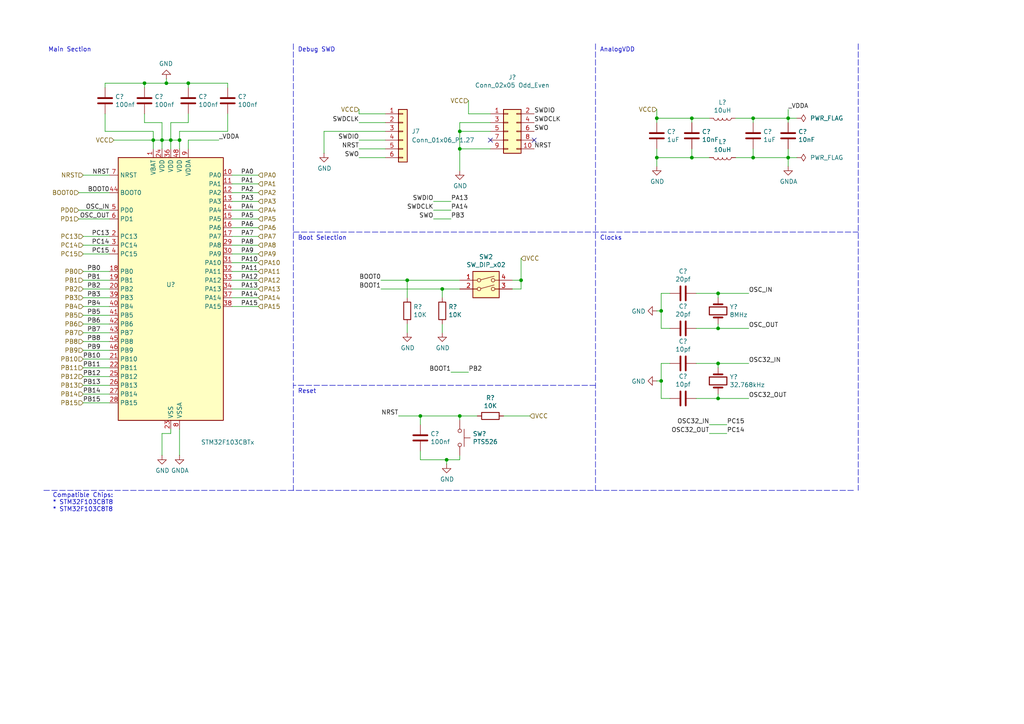
<source format=kicad_sch>
(kicad_sch (version 20231120) (generator "eeschema") (generator_version "8.0")
  (paper "A4")
  (title_block (title "STM32F103 Devel") (date "2024-08-19") (rev "0.0.3") (company "Daniel Vilas"))
  (lib_symbols
    (symbol "Connector_Generic:Conn_01x06" (pin_names (offset 1.016) hide)
      (property "Reference" "J" (at 0 7.62 0))
      (property "Value" "Conn_01x06" (at 0 -10.16 0))
      (symbol "Conn_01x06_1_1"
        (rectangle (start -1.27 -7.493) (end 0 -7.747) (stroke (width 0.1524)))
        (rectangle (start -1.27 -4.953) (end 0 -5.207) (stroke (width 0.1524)))
        (rectangle (start -1.27 -2.413) (end 0 -2.667) (stroke (width 0.1524)))
        (rectangle (start -1.27 0.127) (end 0 -0.127) (stroke (width 0.1524)))
        (rectangle (start -1.27 2.667) (end 0 2.413) (stroke (width 0.1524)))
        (rectangle (start -1.27 5.207) (end 0 4.953) (stroke (width 0.1524)))
        (rectangle (start -1.27 6.35) (end 1.27 -8.89) (stroke (width 0.254)) (fill (type background)))
        (pin passive line (at -5.08 5.08 0) (length 3.81) (name "Pin_1") (number "1"))
        (pin passive line (at -5.08 2.54 0) (length 3.81) (name "Pin_2") (number "2"))
        (pin passive line (at -5.08 0 0) (length 3.81) (name "Pin_3") (number "3"))
        (pin passive line (at -5.08 -2.54 0) (length 3.81) (name "Pin_4") (number "4"))
        (pin passive line (at -5.08 -5.08 0) (length 3.81) (name "Pin_5") (number "5"))
        (pin passive line (at -5.08 -7.62 0) (length 3.81) (name "Pin_6") (number "6"))
      )
    )
    (symbol "Connector_Generic:Conn_02x05_Odd_Even" (pin_names (offset 1.016) hide)
      (property "Reference" "J" (at 1.27 7.62 0))
      (property "Value" "Conn_02x05_Odd_Even" (at 1.27 -7.62 0))
      (symbol "Conn_02x05_Odd_Even_1_1"
        (rectangle (start -1.27 -4.953) (end 0 -5.207) (stroke (width 0.1524)))
        (rectangle (start -1.27 -2.413) (end 0 -2.667) (stroke (width 0.1524)))
        (rectangle (start -1.27 0.127) (end 0 -0.127) (stroke (width 0.1524)))
        (rectangle (start -1.27 2.667) (end 0 2.413) (stroke (width 0.1524)))
        (rectangle (start -1.27 5.207) (end 0 4.953) (stroke (width 0.1524)))
        (rectangle (start -1.27 6.35) (end 3.81 -6.35) (stroke (width 0.254)) (fill (type background)))
        (rectangle (start 3.81 -4.953) (end 2.54 -5.207) (stroke (width 0.1524)))
        (rectangle (start 3.81 -2.413) (end 2.54 -2.667) (stroke (width 0.1524)))
        (rectangle (start 3.81 0.127) (end 2.54 -0.127) (stroke (width 0.1524)))
        (rectangle (start 3.81 2.667) (end 2.54 2.413) (stroke (width 0.1524)))
        (rectangle (start 3.81 5.207) (end 2.54 4.953) (stroke (width 0.1524)))
        (pin passive line (at -5.08 5.08 0) (length 3.81) (name "Pin_1") (number "1"))
        (pin passive line (at 7.62 -5.08 180) (length 3.81) (name "Pin_10") (number "10"))
        (pin passive line (at 7.62 5.08 180) (length 3.81) (name "Pin_2") (number "2"))
        (pin passive line (at -5.08 2.54 0) (length 3.81) (name "Pin_3") (number "3"))
        (pin passive line (at 7.62 2.54 180) (length 3.81) (name "Pin_4") (number "4"))
        (pin passive line (at -5.08 0 0) (length 3.81) (name "Pin_5") (number "5"))
        (pin passive line (at 7.62 0 180) (length 3.81) (name "Pin_6") (number "6"))
        (pin passive line (at -5.08 -2.54 0) (length 3.81) (name "Pin_7") (number "7"))
        (pin passive line (at 7.62 -2.54 180) (length 3.81) (name "Pin_8") (number "8"))
        (pin passive line (at -5.08 -5.08 0) (length 3.81) (name "Pin_9") (number "9"))
      )
    )
    (symbol "Device:C" (pin_numbers hide) (pin_names (offset 0.254))
      (property "Reference" "C" (at 0.635 2.54 0))
      (property "Value" "C" (at 0.635 -2.54 0))
      (symbol "C_0_1"
        (polyline (pts (xy -2.032 -0.762) (xy 2.032 -0.762)) (stroke (width 0.508)))
        (polyline (pts (xy -2.032 0.762) (xy 2.032 0.762)) (stroke (width 0.508)))
      )
      (symbol "C_1_1"
        (pin passive line (at 0 3.81 270) (length 2.794) (name "~") (number "1"))
        (pin passive line (at 0 -3.81 90) (length 2.794) (name "~") (number "2"))
      )
    )
    (symbol "Device:Crystal" (pin_numbers hide) (pin_names (offset 1.016) hide)
      (property "Reference" "Y" (at 0 3.81 0))
      (property "Value" "Crystal" (at 0 -3.81 0))
      (symbol "Crystal_0_1"
        (rectangle (start -1.143 2.54) (end 1.143 -2.54) (stroke (width 0.3048)))
        (polyline (pts (xy -2.54 0) (xy -1.905 0)))
        (polyline (pts (xy -1.905 -1.27) (xy -1.905 1.27)) (stroke (width 0.508)))
        (polyline (pts (xy 1.905 -1.27) (xy 1.905 1.27)) (stroke (width 0.508)))
        (polyline (pts (xy 2.54 0) (xy 1.905 0)))
      )
      (symbol "Crystal_1_1"
        (pin passive line (at -3.81 0 0) (length 1.27) (name "1") (number "1"))
        (pin passive line (at 3.81 0 180) (length 1.27) (name "2") (number "2"))
      )
    )
    (symbol "Device:L" (pin_numbers hide) (pin_names (offset 1.016) hide)
      (property "Reference" "L" (at -1.27 0 90))
      (property "Value" "L" (at 1.905 0 90))
      (symbol "L_0_1"
        (arc (start 0 -2.54) (mid 0.6323 -1.905) (end 0 -1.27))
        (arc (start 0 -1.27) (mid 0.6323 -0.635) (end 0 0))
        (arc (start 0 0) (mid 0.6323 0.635) (end 0 1.27))
        (arc (start 0 1.27) (mid 0.6323 1.905) (end 0 2.54))
      )
      (symbol "L_1_1"
        (pin passive line (at 0 3.81 270) (length 1.27) (name "1") (number "1"))
        (pin passive line (at 0 -3.81 90) (length 1.27) (name "2") (number "2"))
      )
    )
    (symbol "Device:R" (pin_numbers hide) (pin_names (offset 0))
      (property "Reference" "R" (at 2.032 0 90))
      (property "Value" "R" (at 0 0 90))
      (symbol "R_0_1"
        (rectangle (start -1.016 -2.54) (end 1.016 2.54) (stroke (width 0.254)))
      )
      (symbol "R_1_1"
        (pin passive line (at 0 3.81 270) (length 1.27) (name "~") (number "1"))
        (pin passive line (at 0 -3.81 90) (length 1.27) (name "~") (number "2"))
      )
    )
    (symbol "MCU_ST_STM32F1:STM32F103CBTx"
      (property "Reference" "U" (at -15.24 39.37 0))
      (property "Value" "STM32F103CBTx" (at 7.62 39.37 0))
      (symbol "STM32F103CBTx_0_1"
        (rectangle (start -15.24 -38.1) (end 15.24 38.1) (stroke (width 0.254)) (fill (type background)))
      )
      (symbol "STM32F103CBTx_1_1"
        (pin power_in line (at -5.08 40.64 270) (length 2.54) (name "VBAT") (number "1"))
        (pin bidirectional line (at 17.78 33.02 180) (length 2.54) (name "PA0") (number "10"))
        (pin bidirectional line (at 17.78 30.48 180) (length 2.54) (name "PA1") (number "11"))
        (pin bidirectional line (at 17.78 27.94 180) (length 2.54) (name "PA2") (number "12"))
        (pin bidirectional line (at 17.78 25.4 180) (length 2.54) (name "PA3") (number "13"))
        (pin bidirectional line (at 17.78 22.86 180) (length 2.54) (name "PA4") (number "14"))
        (pin bidirectional line (at 17.78 20.32 180) (length 2.54) (name "PA5") (number "15"))
        (pin bidirectional line (at 17.78 17.78 180) (length 2.54) (name "PA6") (number "16"))
        (pin bidirectional line (at 17.78 15.24 180) (length 2.54) (name "PA7") (number "17"))
        (pin bidirectional line (at -17.78 5.08 0) (length 2.54) (name "PB0") (number "18"))
        (pin bidirectional line (at -17.78 2.54 0) (length 2.54) (name "PB1") (number "19"))
        (pin bidirectional line (at -17.78 15.24 0) (length 2.54) (name "PC13") (number "2"))
        (pin bidirectional line (at -17.78 0 0) (length 2.54) (name "PB2") (number "20"))
        (pin bidirectional line (at -17.78 -20.32 0) (length 2.54) (name "PB10") (number "21"))
        (pin bidirectional line (at -17.78 -22.86 0) (length 2.54) (name "PB11") (number "22"))
        (pin power_in line (at 0 -40.64 90) (length 2.54) (name "VSS") (number "23"))
        (pin power_in line (at -2.54 40.64 270) (length 2.54) (name "VDD") (number "24"))
        (pin bidirectional line (at -17.78 -25.4 0) (length 2.54) (name "PB12") (number "25"))
        (pin bidirectional line (at -17.78 -27.94 0) (length 2.54) (name "PB13") (number "26"))
        (pin bidirectional line (at -17.78 -30.48 0) (length 2.54) (name "PB14") (number "27"))
        (pin bidirectional line (at -17.78 -33.02 0) (length 2.54) (name "PB15") (number "28"))
        (pin bidirectional line (at 17.78 12.7 180) (length 2.54) (name "PA8") (number "29"))
        (pin bidirectional line (at -17.78 12.7 0) (length 2.54) (name "PC14") (number "3"))
        (pin bidirectional line (at 17.78 10.16 180) (length 2.54) (name "PA9") (number "30"))
        (pin bidirectional line (at 17.78 7.62 180) (length 2.54) (name "PA10") (number "31"))
        (pin bidirectional line (at 17.78 5.08 180) (length 2.54) (name "PA11") (number "32"))
        (pin bidirectional line (at 17.78 2.54 180) (length 2.54) (name "PA12") (number "33"))
        (pin bidirectional line (at 17.78 0 180) (length 2.54) (name "PA13") (number "34"))
        (pin passive line (at 0 -40.64 90) (length 2.54) hide (name "VSS") (number "35"))
        (pin power_in line (at 0 40.64 270) (length 2.54) (name "VDD") (number "36"))
        (pin bidirectional line (at 17.78 -2.54 180) (length 2.54) (name "PA14") (number "37"))
        (pin bidirectional line (at 17.78 -5.08 180) (length 2.54) (name "PA15") (number "38"))
        (pin bidirectional line (at -17.78 -2.54 0) (length 2.54) (name "PB3") (number "39"))
        (pin bidirectional line (at -17.78 10.16 0) (length 2.54) (name "PC15") (number "4"))
        (pin bidirectional line (at -17.78 -5.08 0) (length 2.54) (name "PB4") (number "40"))
        (pin bidirectional line (at -17.78 -7.62 0) (length 2.54) (name "PB5") (number "41"))
        (pin bidirectional line (at -17.78 -10.16 0) (length 2.54) (name "PB6") (number "42"))
        (pin bidirectional line (at -17.78 -12.7 0) (length 2.54) (name "PB7") (number "43"))
        (pin input line (at -17.78 27.94 0) (length 2.54) (name "BOOT0") (number "44"))
        (pin bidirectional line (at -17.78 -15.24 0) (length 2.54) (name "PB8") (number "45"))
        (pin bidirectional line (at -17.78 -17.78 0) (length 2.54) (name "PB9") (number "46"))
        (pin passive line (at 0 -40.64 90) (length 2.54) hide (name "VSS") (number "47"))
        (pin power_in line (at 2.54 40.64 270) (length 2.54) (name "VDD") (number "48"))
        (pin bidirectional line (at -17.78 22.86 0) (length 2.54) (name "PD0") (number "5"))
        (pin bidirectional line (at -17.78 20.32 0) (length 2.54) (name "PD1") (number "6"))
        (pin input line (at -17.78 33.02 0) (length 2.54) (name "NRST") (number "7"))
        (pin power_in line (at 2.54 -40.64 90) (length 2.54) (name "VSSA") (number "8"))
        (pin power_in line (at 5.08 40.64 270) (length 2.54) (name "VDDA") (number "9"))
      )
    )
    (symbol "Switch:SW_DIP_x02" (pin_names (offset 0) hide)
      (property "Reference" "SW" (at 0 6.35 0))
      (property "Value" "SW_DIP_x02" (at 0 -3.81 0))
      (symbol "SW_DIP_x02_0_0"
        (circle (center -2.032 0) (radius 0.508))
        (circle (center -2.032 2.54) (radius 0.508))
        (polyline (pts (xy -1.524 0.127) (xy 2.3622 1.1684)))
        (polyline (pts (xy -1.524 2.667) (xy 2.3622 3.7084)))
        (circle (center 2.032 0) (radius 0.508))
        (circle (center 2.032 2.54) (radius 0.508))
      )
      (symbol "SW_DIP_x02_0_1"
        (rectangle (start -3.81 5.08) (end 3.81 -2.54) (stroke (width 0.254)) (fill (type background)))
      )
      (symbol "SW_DIP_x02_1_1"
        (pin passive line (at -7.62 2.54 0) (length 5.08) (name "~") (number "1"))
        (pin passive line (at -7.62 0 0) (length 5.08) (name "~") (number "2"))
        (pin passive line (at 7.62 0 180) (length 5.08) (name "~") (number "3"))
        (pin passive line (at 7.62 2.54 180) (length 5.08) (name "~") (number "4"))
      )
    )
    (symbol "Switch:SW_Push" (pin_numbers hide) (pin_names (offset 1.016) hide)
      (property "Reference" "SW" (at 1.27 2.54 0))
      (property "Value" "SW_Push" (at 0 -1.524 0))
      (symbol "SW_Push_0_1"
        (circle (center -2.032 0) (radius 0.508))
        (polyline (pts (xy 0 1.27) (xy 0 3.048)))
        (polyline (pts (xy 2.54 1.27) (xy -2.54 1.27)))
        (circle (center 2.032 0) (radius 0.508))
        (pin passive line (at -5.08 0 0) (length 2.54) (name "1") (number "1"))
        (pin passive line (at 5.08 0 180) (length 2.54) (name "2") (number "2"))
      )
    )
    (symbol "power:GND" (power) (pin_numbers hide) (pin_names (offset 0) hide)
      (property "Value" "GND" (at 0 -3.81 0))
      (symbol "GND_0_1"
        (polyline (pts (xy 0 0) (xy 0 -1.27) (xy 1.27 -1.27) (xy 0 -2.54) (xy -1.27 -1.27) (xy 0 -1.27)))
      )
      (symbol "GND_1_1"
        (pin power_in line (at 0 0 270) (length 0) (name "~") (number "1"))
      )
    )
    (symbol "power:GNDA" (power) (pin_numbers hide) (pin_names (offset 0) hide)
      (property "Value" "GNDA" (at 0 -3.81 0))
      (symbol "GNDA_0_1"
        (polyline (pts (xy 0 0) (xy 0 -1.27) (xy 1.27 -1.27) (xy 0 -2.54) (xy -1.27 -1.27) (xy 0 -1.27)))
      )
      (symbol "GNDA_1_1"
        (pin power_in line (at 0 0 270) (length 0) (name "~") (number "1"))
      )
    )
    (symbol "power:PWR_FLAG" (power) (pin_numbers hide) (pin_names (offset 0) hide)
      (property "Value" "PWR_FLAG" (at 0 3.81 0))
      (symbol "PWR_FLAG_0_0"
        (pin power_out line (at 0 0 90) (length 0) (name "~") (number "1"))
      )
      (symbol "PWR_FLAG_0_1"
        (polyline (pts (xy 0 0) (xy 0 1.27) (xy -1.016 1.905) (xy 0 2.54) (xy 1.016 1.905) (xy 0 1.27)))
      )
    )
  )
  (junction (at 228.6 34.29))
  (junction (at 128.27 83.82))
  (junction (at 218.44 45.72))
  (junction (at 48.26 24.13))
  (junction (at 118.11 81.28))
  (junction (at 208.28 105.41))
  (junction (at 200.66 34.29))
  (junction (at 133.35 43.18))
  (junction (at 151.13 81.28))
  (junction (at 44.45 40.64))
  (junction (at 121.92 120.65))
  (junction (at 218.44 34.29))
  (junction (at 54.61 24.13))
  (junction (at 49.53 40.64))
  (junction (at 208.28 85.09))
  (junction (at 208.28 95.25))
  (junction (at 190.5 34.29))
  (junction (at 41.91 24.13))
  (junction (at 200.66 45.72))
  (junction (at 133.35 120.65))
  (junction (at 208.28 115.57))
  (junction (at 52.07 40.64))
  (junction (at 190.5 45.72))
  (junction (at 46.99 40.64))
  (junction (at 133.35 38.1))
  (junction (at 191.77 90.17))
  (junction (at 191.77 110.49))
  (junction (at 228.6 45.72))
  (junction (at 129.54 133.35))
  (no_connect (at 142.24 40.64))
  (no_connect (at 154.94 40.64))
  (wire (pts (xy 210.82 123.19) (xy 205.74 123.19)))
  (wire (pts (xy 54.61 24.13) (xy 48.26 24.13)))
  (wire (pts (xy 191.77 105.41) (xy 191.77 110.49)))
  (wire (pts (xy 128.27 83.82) (xy 128.27 86.36)))
  (wire (pts (xy 125.73 63.5) (xy 130.81 63.5)))
  (wire (pts (xy 121.92 130.81) (xy 121.92 133.35)))
  (wire (pts (xy 63.5 40.64) (xy 54.61 40.64)))
  (wire (pts (xy 128.27 96.52) (xy 128.27 93.98)))
  (wire (pts (xy 194.31 85.09) (xy 191.77 85.09)))
  (wire (pts (xy 213.36 45.72) (xy 218.44 45.72)))
  (wire (pts (xy 46.99 125.73) (xy 49.53 125.73)))
  (wire (pts (xy 31.75 106.68) (xy 24.13 106.68)))
  (wire (pts (xy 142.24 38.1) (xy 133.35 38.1)))
  (polyline (pts (xy 12.7 142.24) (xy 247.65 142.24)) (stroke (width 0) (type dash)))
  (wire (pts (xy 67.31 66.04) (xy 74.93 66.04)))
  (wire (pts (xy 133.35 132.08) (xy 133.35 133.35)))
  (wire (pts (xy 148.59 81.28) (xy 151.13 81.28)))
  (wire (pts (xy 67.31 81.28) (xy 74.93 81.28)))
  (wire (pts (xy 133.35 38.1) (xy 133.35 43.18)))
  (wire (pts (xy 191.77 90.17) (xy 191.77 95.25)))
  (wire (pts (xy 128.27 83.82) (xy 133.35 83.82)))
  (wire (pts (xy 66.04 38.1) (xy 66.04 33.02)))
  (wire (pts (xy 115.57 120.65) (xy 121.92 120.65)))
  (wire (pts (xy 46.99 43.18) (xy 46.99 40.64)))
  (wire (pts (xy 30.48 24.13) (xy 41.91 24.13)))
  (wire (pts (xy 24.13 114.3) (xy 31.75 114.3)))
  (wire (pts (xy 46.99 35.56) (xy 46.99 40.64)))
  (wire (pts (xy 118.11 81.28) (xy 118.11 86.36)))
  (wire (pts (xy 24.13 83.82) (xy 31.75 83.82)))
  (wire (pts (xy 151.13 74.93) (xy 151.13 81.28)))
  (wire (pts (xy 52.07 40.64) (xy 52.07 43.18)))
  (polyline (pts (xy 248.92 12.7) (xy 248.92 142.24)) (stroke (width 0) (type dash)))
  (wire (pts (xy 190.5 110.49) (xy 191.77 110.49)))
  (wire (pts (xy 104.14 31.75) (xy 104.14 33.02)))
  (wire (pts (xy 130.81 60.96) (xy 125.73 60.96)))
  (wire (pts (xy 205.74 125.73) (xy 210.82 125.73)))
  (wire (pts (xy 24.13 50.8) (xy 31.75 50.8)))
  (wire (pts (xy 24.13 109.22) (xy 31.75 109.22)))
  (wire (pts (xy 22.86 63.5) (xy 31.75 63.5)))
  (wire (pts (xy 208.28 105.41) (xy 217.17 105.41)))
  (wire (pts (xy 31.75 68.58) (xy 24.13 68.58)))
  (wire (pts (xy 67.31 78.74) (xy 74.93 78.74)))
  (wire (pts (xy 138.43 120.65) (xy 133.35 120.65)))
  (wire (pts (xy 153.67 120.65) (xy 146.05 120.65)))
  (wire (pts (xy 135.89 29.21) (xy 135.89 33.02)))
  (wire (pts (xy 67.31 83.82) (xy 74.93 83.82)))
  (wire (pts (xy 191.77 85.09) (xy 191.77 90.17)))
  (wire (pts (xy 228.6 45.72) (xy 228.6 43.18)))
  (wire (pts (xy 133.35 35.56) (xy 142.24 35.56)))
  (wire (pts (xy 191.77 110.49) (xy 191.77 115.57)))
  (wire (pts (xy 41.91 25.4) (xy 41.91 24.13)))
  (wire (pts (xy 24.13 93.98) (xy 31.75 93.98)))
  (wire (pts (xy 67.31 71.12) (xy 74.93 71.12)))
  (wire (pts (xy 24.13 78.74) (xy 31.75 78.74)))
  (wire (pts (xy 201.93 105.41) (xy 208.28 105.41)))
  (wire (pts (xy 228.6 45.72) (xy 228.6 48.26)))
  (wire (pts (xy 66.04 24.13) (xy 54.61 24.13)))
  (wire (pts (xy 208.28 93.98) (xy 208.28 95.25)))
  (wire (pts (xy 142.24 43.18) (xy 133.35 43.18)))
  (wire (pts (xy 151.13 83.82) (xy 148.59 83.82)))
  (wire (pts (xy 54.61 33.02) (xy 54.61 35.56)))
  (wire (pts (xy 133.35 133.35) (xy 129.54 133.35)))
  (wire (pts (xy 200.66 45.72) (xy 205.74 45.72)))
  (wire (pts (xy 104.14 45.72) (xy 111.76 45.72)))
  (wire (pts (xy 190.5 43.18) (xy 190.5 45.72)))
  (wire (pts (xy 104.14 43.18) (xy 111.76 43.18)))
  (wire (pts (xy 67.31 53.34) (xy 74.93 53.34)))
  (wire (pts (xy 190.5 90.17) (xy 191.77 90.17)))
  (polyline (pts (xy 85.09 12.7) (xy 85.09 142.24)) (stroke (width 0) (type dash)))
  (wire (pts (xy 110.49 83.82) (xy 128.27 83.82)))
  (wire (pts (xy 129.54 133.35) (xy 129.54 134.62)))
  (wire (pts (xy 30.48 25.4) (xy 30.48 24.13)))
  (wire (pts (xy 190.5 45.72) (xy 200.66 45.72)))
  (wire (pts (xy 49.53 125.73) (xy 49.53 124.46)))
  (wire (pts (xy 200.66 43.18) (xy 200.66 45.72)))
  (wire (pts (xy 133.35 120.65) (xy 133.35 121.92)))
  (wire (pts (xy 54.61 40.64) (xy 54.61 43.18)))
  (wire (pts (xy 135.89 33.02) (xy 142.24 33.02)))
  (wire (pts (xy 104.14 40.64) (xy 111.76 40.64)))
  (wire (pts (xy 208.28 95.25) (xy 217.17 95.25)))
  (wire (pts (xy 49.53 40.64) (xy 52.07 40.64)))
  (wire (pts (xy 31.75 99.06) (xy 24.13 99.06)))
  (wire (pts (xy 104.14 33.02) (xy 111.76 33.02)))
  (wire (pts (xy 31.75 104.14) (xy 24.13 104.14)))
  (wire (pts (xy 200.66 35.56) (xy 200.66 34.29)))
  (wire (pts (xy 67.31 73.66) (xy 74.93 73.66)))
  (wire (pts (xy 190.5 48.26) (xy 190.5 45.72)))
  (wire (pts (xy 67.31 63.5) (xy 74.93 63.5)))
  (wire (pts (xy 190.5 31.75) (xy 190.5 34.29)))
  (wire (pts (xy 54.61 35.56) (xy 49.53 35.56)))
  (wire (pts (xy 44.45 43.18) (xy 44.45 40.64)))
  (wire (pts (xy 66.04 25.4) (xy 66.04 24.13)))
  (wire (pts (xy 22.86 60.96) (xy 31.75 60.96)))
  (wire (pts (xy 228.6 31.75) (xy 228.6 34.29)))
  (wire (pts (xy 121.92 120.65) (xy 133.35 120.65)))
  (wire (pts (xy 208.28 85.09) (xy 217.17 85.09)))
  (wire (pts (xy 201.93 85.09) (xy 208.28 85.09)))
  (wire (pts (xy 151.13 81.28) (xy 151.13 83.82)))
  (wire (pts (xy 133.35 35.56) (xy 133.35 38.1)))
  (wire (pts (xy 31.75 111.76) (xy 24.13 111.76)))
  (wire (pts (xy 44.45 40.64) (xy 46.99 40.64)))
  (wire (pts (xy 228.6 34.29) (xy 231.14 34.29)))
  (wire (pts (xy 200.66 34.29) (xy 205.74 34.29)))
  (wire (pts (xy 52.07 40.64) (xy 52.07 38.1)))
  (wire (pts (xy 93.98 38.1) (xy 93.98 44.45)))
  (wire (pts (xy 44.45 40.64) (xy 44.45 38.1)))
  (wire (pts (xy 48.26 24.13) (xy 48.26 22.86)))
  (wire (pts (xy 228.6 45.72) (xy 231.14 45.72)))
  (wire (pts (xy 67.31 88.9) (xy 74.93 88.9)))
  (wire (pts (xy 44.45 38.1) (xy 30.48 38.1)))
  (wire (pts (xy 31.75 81.28) (xy 24.13 81.28)))
  (wire (pts (xy 24.13 101.6) (xy 31.75 101.6)))
  (wire (pts (xy 208.28 115.57) (xy 217.17 115.57)))
  (wire (pts (xy 67.31 68.58) (xy 74.93 68.58)))
  (wire (pts (xy 46.99 35.56) (xy 41.91 35.56)))
  (polyline (pts (xy 85.09 67.31) (xy 248.92 67.31)) (stroke (width 0) (type dash)))
  (polyline (pts (xy 172.72 12.7) (xy 172.72 142.24)) (stroke (width 0) (type dash)))
  (wire (pts (xy 208.28 115.57) (xy 201.93 115.57)))
  (wire (pts (xy 67.31 55.88) (xy 74.93 55.88)))
  (wire (pts (xy 191.77 115.57) (xy 194.31 115.57)))
  (wire (pts (xy 54.61 25.4) (xy 54.61 24.13)))
  (wire (pts (xy 190.5 34.29) (xy 200.66 34.29)))
  (wire (pts (xy 52.07 124.46) (xy 52.07 132.08)))
  (wire (pts (xy 190.5 35.56) (xy 190.5 34.29)))
  (wire (pts (xy 111.76 38.1) (xy 93.98 38.1)))
  (wire (pts (xy 125.73 58.42) (xy 130.81 58.42)))
  (wire (pts (xy 213.36 34.29) (xy 218.44 34.29)))
  (wire (pts (xy 31.75 96.52) (xy 24.13 96.52)))
  (wire (pts (xy 208.28 105.41) (xy 208.28 106.68)))
  (wire (pts (xy 22.86 55.88) (xy 31.75 55.88)))
  (wire (pts (xy 194.31 105.41) (xy 191.77 105.41)))
  (wire (pts (xy 67.31 86.36) (xy 74.93 86.36)))
  (wire (pts (xy 133.35 43.18) (xy 133.35 49.53)))
  (wire (pts (xy 208.28 85.09) (xy 208.28 86.36)))
  (wire (pts (xy 104.14 35.56) (xy 111.76 35.56)))
  (wire (pts (xy 118.11 96.52) (xy 118.11 93.98)))
  (wire (pts (xy 67.31 76.2) (xy 74.93 76.2)))
  (wire (pts (xy 33.02 40.64) (xy 44.45 40.64)))
  (wire (pts (xy 121.92 133.35) (xy 129.54 133.35)))
  (wire (pts (xy 52.07 38.1) (xy 66.04 38.1)))
  (wire (pts (xy 41.91 24.13) (xy 48.26 24.13)))
  (wire (pts (xy 46.99 125.73) (xy 46.99 132.08)))
  (wire (pts (xy 218.44 45.72) (xy 228.6 45.72)))
  (wire (pts (xy 46.99 40.64) (xy 49.53 40.64)))
  (wire (pts (xy 41.91 35.56) (xy 41.91 33.02)))
  (wire (pts (xy 130.81 107.95) (xy 135.89 107.95)))
  (wire (pts (xy 31.75 91.44) (xy 24.13 91.44)))
  (wire (pts (xy 121.92 123.19) (xy 121.92 120.65)))
  (wire (pts (xy 208.28 114.3) (xy 208.28 115.57)))
  (wire (pts (xy 31.75 86.36) (xy 24.13 86.36)))
  (wire (pts (xy 218.44 43.18) (xy 218.44 45.72)))
  (wire (pts (xy 49.53 43.18) (xy 49.53 40.64)))
  (wire (pts (xy 218.44 34.29) (xy 228.6 34.29)))
  (wire (pts (xy 67.31 58.42) (xy 74.93 58.42)))
  (wire (pts (xy 24.13 88.9) (xy 31.75 88.9)))
  (wire (pts (xy 228.6 34.29) (xy 228.6 35.56)))
  (polyline (pts (xy 172.72 111.76) (xy 85.09 111.76)) (stroke (width 0) (type dash)))
  (wire (pts (xy 31.75 71.12) (xy 24.13 71.12)))
  (wire (pts (xy 30.48 38.1) (xy 30.48 33.02)))
  (wire (pts (xy 118.11 81.28) (xy 133.35 81.28)))
  (wire (pts (xy 191.77 95.25) (xy 194.31 95.25)))
  (wire (pts (xy 208.28 95.25) (xy 201.93 95.25)))
  (wire (pts (xy 31.75 73.66) (xy 24.13 73.66)))
  (wire (pts (xy 67.31 60.96) (xy 74.93 60.96)))
  (wire (pts (xy 67.31 50.8) (xy 74.93 50.8)))
  (wire (pts (xy 110.49 81.28) (xy 118.11 81.28)))
  (wire (pts (xy 49.53 35.56) (xy 49.53 40.64)))
  (wire (pts (xy 218.44 35.56) (xy 218.44 34.29)))
  (wire (pts (xy 24.13 116.84) (xy 31.75 116.84)))
  (text "AnalogVDD" (at 173.99 15.24 0) (effects (font (size 1.27 1.27)) (justify left bottom)))
  (text "Reset" (at 86.36 114.3 0) (effects (font (size 1.27 1.27)) (justify left bottom)))
  (text "Main Section" (at 13.97 15.24 0) (effects (font (size 1.27 1.27)) (justify left bottom)))
  (text "Compatible Chips:\n* STM32F103CBT8\n* STM32F103C8T8" (at 15.24 148.59 0) (effects (font (size 1.27 1.27)) (justify left bottom)))
  (text "Clocks" (at 173.99 69.85 0) (effects (font (size 1.27 1.27)) (justify left bottom)))
  (text "Debug SWD" (at 86.36 15.24 0) (effects (font (size 1.27 1.27)) (justify left bottom)))
  (text "Boot Selection" (at 86.36 69.85 0) (effects (font (size 1.27 1.27)) (justify left bottom)))
  (label "PB11" (at 29.21 106.68 180))
  (label "BOOT0" (at 31.75 55.88 180))
  (label "NRST" (at 31.75 50.8 180))
  (label "SWDIO" (at 125.73 58.42 180))
  (label "SWDCLK" (at 104.14 35.56 180))
  (label "OSC_IN" (at 217.17 85.09 0))
  (label "_VDDA" (at 228.6 31.75 0))
  (label "PC14" (at 31.75 71.12 180))
  (label "BOOT0" (at 110.49 81.28 180))
  (label "OSC32_IN" (at 205.74 123.19 180))
  (label "PB13" (at 29.21 111.76 180))
  (label "BOOT1" (at 110.49 83.82 180))
  (label "PB8" (at 29.21 99.06 180))
  (label "OSC_OUT" (at 217.17 95.25 0))
  (label "PA5" (at 69.85 63.5 0))
  (label "SWO" (at 125.73 63.5 180))
  (label "NRST" (at 154.94 43.18 0))
  (label "BOOT1" (at 130.81 107.95 180))
  (label "PA14" (at 130.81 60.96 0))
  (label "NRST" (at 115.57 120.65 180))
  (label "OSC_IN" (at 31.75 60.96 180))
  (label "OSC32_OUT" (at 217.17 115.57 0))
  (label "PA13" (at 130.81 58.42 0))
  (label "PA6" (at 69.85 66.04 0))
  (label "SWO" (at 104.14 45.72 180))
  (label "PB7" (at 29.21 96.52 180))
  (label "PB3" (at 29.21 86.36 180))
  (label "PA1" (at 69.85 53.34 0))
  (label "PA10" (at 69.85 76.2 0))
  (label "PB5" (at 29.21 91.44 180))
  (label "PC15" (at 31.75 73.66 180))
  (label "SWO" (at 154.94 38.1 0))
  (label "PB2" (at 29.21 83.82 180))
  (label "PB3" (at 130.81 63.5 0))
  (label "PA11" (at 69.85 78.74 0))
  (label "PB14" (at 29.21 114.3 180))
  (label "NRST" (at 104.14 43.18 180))
  (label "SWDCLK" (at 125.73 60.96 180))
  (label "PB9" (at 29.21 101.6 180))
  (label "PA14" (at 69.85 86.36 0))
  (label "PB0" (at 29.21 78.74 180))
  (label "PA3" (at 69.85 58.42 0))
  (label "OSC_OUT" (at 31.75 63.5 180))
  (label "PA7" (at 69.85 68.58 0))
  (label "PB1" (at 29.21 81.28 180))
  (label "_VDDA" (at 63.5 40.64 0))
  (label "PA4" (at 69.85 60.96 0))
  (label "PA9" (at 69.85 73.66 0))
  (label "PC13" (at 31.75 68.58 180))
  (label "OSC32_OUT" (at 205.74 125.73 180))
  (label "PB6" (at 29.21 93.98 180))
  (label "PC15" (at 210.82 123.19 0))
  (label "PB12" (at 29.21 109.22 180))
  (label "PB2" (at 135.89 107.95 0))
  (label "PC14" (at 210.82 125.73 0))
  (label "PA0" (at 69.85 50.8 0))
  (label "PB15" (at 29.21 116.84 180))
  (label "SWDCLK" (at 154.94 35.56 0))
  (label "PA15" (at 69.85 88.9 0))
  (label "PB4" (at 29.21 88.9 180))
  (label "SWDIO" (at 154.94 33.02 0))
  (label "PA13" (at 69.85 83.82 0))
  (label "PA2" (at 69.85 55.88 0))
  (label "PB10" (at 29.21 104.14 180))
  (label "OSC32_IN" (at 217.17 105.41 0))
  (label "PA8" (at 69.85 71.12 0))
  (label "SWDIO" (at 104.14 40.64 180))
  (label "PA12" (at 69.85 81.28 0))
  (hierarchical_label "PD1" (shape input) (at 22.86 63.5 180))
  (hierarchical_label "BOOT0" (shape input) (at 22.86 55.88 180))
  (hierarchical_label "VCC" (shape input) (at 190.5 31.75 180))
  (hierarchical_label "PA5" (shape input) (at 74.93 63.5 0))
  (hierarchical_label "PA10" (shape input) (at 74.93 76.2 0))
  (hierarchical_label "PB4" (shape input) (at 24.13 88.9 180))
  (hierarchical_label "VCC" (shape input) (at 151.13 74.93 0))
  (hierarchical_label "PA3" (shape input) (at 74.93 58.42 0))
  (hierarchical_label "PA14" (shape input) (at 74.93 86.36 0))
  (hierarchical_label "PB14" (shape input) (at 24.13 114.3 180))
  (hierarchical_label "PA8" (shape input) (at 74.93 71.12 0))
  (hierarchical_label "PB1" (shape input) (at 24.13 81.28 180))
  (hierarchical_label "PA4" (shape input) (at 74.93 60.96 0))
  (hierarchical_label "VCC" (shape input) (at 153.67 120.65 0))
  (hierarchical_label "PA0" (shape input) (at 74.93 50.8 0))
  (hierarchical_label "PA1" (shape input) (at 74.93 53.34 0))
  (hierarchical_label "PA7" (shape input) (at 74.93 68.58 0))
  (hierarchical_label "PA9" (shape input) (at 74.93 73.66 0))
  (hierarchical_label "PB11" (shape input) (at 24.13 106.68 180))
  (hierarchical_label "PB2" (shape input) (at 24.13 83.82 180))
  (hierarchical_label "NRST" (shape input) (at 24.13 50.8 180))
  (hierarchical_label "PA2" (shape input) (at 74.93 55.88 0))
  (hierarchical_label "PB7" (shape input) (at 24.13 96.52 180))
  (hierarchical_label "VCC" (shape input) (at 104.14 31.75 180))
  (hierarchical_label "VCC" (shape input) (at 33.02 40.64 180))
  (hierarchical_label "PB9" (shape input) (at 24.13 101.6 180))
  (hierarchical_label "VCC" (shape input) (at 135.89 29.21 180))
  (hierarchical_label "PA12" (shape input) (at 74.93 81.28 0))
  (hierarchical_label "PA13" (shape input) (at 74.93 83.82 0))
  (hierarchical_label "PB8" (shape input) (at 24.13 99.06 180))
  (hierarchical_label "PB13" (shape input) (at 24.13 111.76 180))
  (hierarchical_label "PA11" (shape input) (at 74.93 78.74 0))
  (hierarchical_label "PC14" (shape input) (at 24.13 71.12 180))
  (hierarchical_label "PC15" (shape input) (at 24.13 73.66 180))
  (hierarchical_label "PA15" (shape input) (at 74.93 88.9 0))
  (hierarchical_label "PB5" (shape input) (at 24.13 91.44 180))
  (hierarchical_label "PB12" (shape input) (at 24.13 109.22 180))
  (hierarchical_label "PB0" (shape input) (at 24.13 78.74 180))
  (hierarchical_label "PB15" (shape input) (at 24.13 116.84 180))
  (hierarchical_label "PB3" (shape input) (at 24.13 86.36 180))
  (hierarchical_label "PC13" (shape input) (at 24.13 68.58 180))
  (hierarchical_label "PB6" (shape input) (at 24.13 93.98 180))
  (hierarchical_label "PA6" (shape input) (at 74.93 66.04 0))
  (hierarchical_label "PD0" (shape input) (at 22.86 60.96 180))
  (hierarchical_label "PB10" (shape input) (at 24.13 104.14 180))
  (symbol (lib_id "MCU_ST_STM32F1:STM32F103CBTx") (at 49.53 83.82 0) (unit 1)
    (property "Reference" "U?" (at 49.53 82.55 0))
    (property "Value" "STM32F103CBTx" (at 66.04 128.27 0))
    (property "Footprint" "Package_QFP:LQFP-48_7x7mm_P0.5mm" (effects (hide yes)))
    (property "Datasheet" "https://www.st.com/resource/en/datasheet/stm32f103cb.pdf" (effects (hide yes)))
    (property "Description" "STMicroelectronics Arm Cortex-M3 MCU, 128KB flash, 20KB RAM, 72 MHz, 2.0-3.6V, 37 GPIO, LQFP48" (effects (hide yes)))
    (property "LCSC" "C8304" (effects (hide yes)))
    (property "Manufacturer" "STM32F103CBT6" (effects (hide yes)))
    (property "mpn" "STM32F103CBT6" (effects (hide yes)))
    (instances (project "" (path "" (reference "U?") (unit 1)) (path "" (reference "U1") (unit 1))) (project "" (path "" (reference "U301") (unit 1))))
  )
  (symbol (lib_id "power:GND") (at 46.99 132.08 0) (unit 1)
    (property "Reference" "#PWR?" (effects (hide yes)))
    (property "Value" "GND" (at 47.117 136.4742 0))
    (property "Description" "Power symbol creates a global label with name \"GND\" , ground" (effects (hide yes)))
    (instances (project "" (path "" (reference "#PWR?") (unit 1)) (path "" (reference "#PWR04") (unit 1))) (project "" (path "" (reference "#PWR0301") (unit 1))))
  )
  (symbol (lib_id "power:GNDA") (at 52.07 132.08 0) (unit 1)
    (property "Reference" "#PWR?" (effects (hide yes)))
    (property "Value" "GNDA" (at 52.197 136.4742 0))
    (property "Description" "Power symbol creates a global label with name \"GNDA\" , analog ground" (effects (hide yes)))
    (instances (project "" (path "" (reference "#PWR?") (unit 1)) (path "" (reference "#PWR06") (unit 1))) (project "" (path "" (reference "#PWR0303") (unit 1))))
  )
  (symbol (lib_id "power:GND") (at 48.26 22.86 180) (unit 1)
    (property "Reference" "#PWR?" (effects (hide yes)))
    (property "Value" "GND" (at 48.133 18.4658 0))
    (property "Description" "Power symbol creates a global label with name \"GND\" , ground" (effects (hide yes)))
    (instances (project "" (path "" (reference "#PWR?") (unit 1)) (path "" (reference "#PWR05") (unit 1))) (project "" (path "" (reference "#PWR0302") (unit 1))))
  )
  (symbol (lib_id "Device:C") (at 66.04 29.21 0) (unit 1)
    (property "Reference" "C?" (at 68.961 28.0416 0) (effects (justify left)))
    (property "Value" "100nf" (at 68.961 30.353 0) (effects (justify left)))
    (property "Footprint" "Capacitor_SMD:C_0805_2012Metric" (effects (hide yes)))
    (property "LCSC" "C49678" (effects (hide yes)))
    (property "Manufacturer" "Kemet" (effects (hide yes)))
    (property "mpn" "C0805C104J5RAC7800" (effects (hide yes)))
    (instances (project "" (path "" (reference "C?") (unit 1)) (path "" (reference "C8") (unit 1))) (project "" (path "" (reference "C304") (unit 1))))
  )
  (symbol (lib_id "Device:C") (at 54.61 29.21 0) (unit 1)
    (property "Reference" "C?" (at 57.531 28.0416 0) (effects (justify left)))
    (property "Value" "100nf" (at 57.531 30.353 0) (effects (justify left)))
    (property "Footprint" "Capacitor_SMD:C_0805_2012Metric" (effects (hide yes)))
    (property "LCSC" "C49678" (effects (hide yes)))
    (property "Manufacturer" "Kemet" (effects (hide yes)))
    (property "mpn" "C0805C104J5RAC7800" (effects (hide yes)))
    (instances (project "" (path "" (reference "C?") (unit 1)) (path "" (reference "C7") (unit 1))) (project "" (path "" (reference "C303") (unit 1))))
  )
  (symbol (lib_id "Device:C") (at 41.91 29.21 0) (unit 1)
    (property "Reference" "C?" (at 44.831 28.0416 0) (effects (justify left)))
    (property "Value" "100nf" (at 44.831 30.353 0) (effects (justify left)))
    (property "Footprint" "Capacitor_SMD:C_0805_2012Metric" (effects (hide yes)))
    (property "LCSC" "C49678" (effects (hide yes)))
    (property "Manufacturer" "Kemet" (effects (hide yes)))
    (property "mpn" "C0805C104J5RAC7800" (effects (hide yes)))
    (instances (project "" (path "" (reference "C?") (unit 1)) (path "" (reference "C6") (unit 1))) (project "" (path "" (reference "C302") (unit 1))))
  )
  (symbol (lib_id "Device:C") (at 30.48 29.21 0) (unit 1)
    (property "Reference" "C?" (at 33.401 28.0416 0) (effects (justify left)))
    (property "Value" "100nf" (at 33.401 30.353 0) (effects (justify left)))
    (property "Footprint" "Capacitor_SMD:C_0805_2012Metric" (effects (hide yes)))
    (property "LCSC" "C49678" (effects (hide yes)))
    (property "Manufacturer" "Kemet" (effects (hide yes)))
    (property "mpn" "C0805C104J5RAC7800" (effects (hide yes)))
    (instances (project "" (path "" (reference "C?") (unit 1)) (path "" (reference "C1") (unit 1))) (project "" (path "" (reference "C301") (unit 1))))
  )
  (symbol (lib_id "Device:Crystal") (at 208.28 90.17 270) (unit 1)
    (property "Reference" "Y?" (at 211.6074 89.0016 90) (effects (justify left)))
    (property "Value" "8MHz" (at 211.6074 91.313 90) (effects (justify left)))
    (property "Footprint" "Crystal:Crystal_SMD_5032-2Pin_5.0x3.2mm" (effects (hide yes)))
    (property "LCSC" "C115962" (effects (hide yes)))
    (property "Manufacturer" "Abracon LLC" (effects (hide yes)))
    (property "mpn" "ABM3-8.000MHZ-B4Y-T" (effects (hide yes)))
    (instances (project "" (path "" (reference "Y?") (unit 1)) (path "" (reference "Y1") (unit 1))) (project "" (path "" (reference "Y301") (unit 1))))
  )
  (symbol (lib_id "Device:C") (at 198.12 95.25 270) (unit 1)
    (property "Reference" "C?" (at 198.12 88.8492 90))
    (property "Value" "20pf" (at 198.12 91.1606 90))
    (property "Footprint" "Capacitor_SMD:C_0805_2012Metric" (effects (hide yes)))
    (property "LCSC" "C1798" (effects (hide yes)))
    (property "Manufacturer" "Kemet" (effects (hide yes)))
    (property "mpn" "C0805C200J5HAC7800" (effects (hide yes)))
    (instances (project "" (path "" (reference "C?") (unit 1)) (path "" (reference "C3") (unit 1))) (project "" (path "" (reference "C308") (unit 1))))
  )
  (symbol (lib_id "Device:C") (at 198.12 85.09 270) (unit 1)
    (property "Reference" "C?" (at 198.12 78.6892 90))
    (property "Value" "20pf" (at 198.12 81.0006 90))
    (property "Footprint" "Capacitor_SMD:C_0805_2012Metric" (effects (hide yes)))
    (property "LCSC" "C1798" (effects (hide yes)))
    (property "Manufacturer" "Kemet" (effects (hide yes)))
    (property "mpn" "C0805C200J5HAC7800" (effects (hide yes)))
    (instances (project "" (path "" (reference "C?") (unit 1)) (path "" (reference "C2") (unit 1))) (project "" (path "" (reference "C307") (unit 1))))
  )
  (symbol (lib_id "power:GND") (at 190.5 90.17 270) (unit 1)
    (property "Reference" "#PWR?" (effects (hide yes)))
    (property "Value" "GND" (at 187.2488 90.297 90) (effects (justify right)))
    (property "Description" "Power symbol creates a global label with name \"GND\" , ground" (effects (hide yes)))
    (instances (project "" (path "" (reference "#PWR?") (unit 1)) (path "" (reference "#PWR01") (unit 1))) (project "" (path "" (reference "#PWR0310") (unit 1))))
  )
  (symbol (lib_id "Device:Crystal") (at 208.28 110.49 270) (unit 1)
    (property "Reference" "Y?" (at 211.6074 109.3216 90) (effects (justify left)))
    (property "Value" "32.768kHz" (at 211.6074 111.633 90) (effects (justify left)))
    (property "Footprint" "Crystal:Crystal_SMD_3215-2Pin_3.2x1.5mm" (effects (hide yes)))
    (property "LCSC" "C32346" (effects (hide yes)))
    (property "Manufacturer" "Abracon LLC" (effects (hide yes)))
    (property "mpn" "ABS07AIG-32.768KHZ-D-T" (effects (hide yes)))
    (instances (project "" (path "" (reference "Y?") (unit 1)) (path "" (reference "Y2") (unit 1))) (project "" (path "" (reference "Y302") (unit 1))))
  )
  (symbol (lib_id "Device:C") (at 198.12 115.57 270) (unit 1)
    (property "Reference" "C?" (at 198.12 109.1692 90))
    (property "Value" "10pf" (at 198.12 111.4806 90))
    (property "Footprint" "Capacitor_SMD:C_0805_2012Metric" (effects (hide yes)))
    (property "LCSC" "C1785" (effects (hide yes)))
    (property "Manufacturer" "Kemet" (effects (hide yes)))
    (property "mpn" "C0805C100J5RACTU" (effects (hide yes)))
    (instances (project "" (path "" (reference "C?") (unit 1)) (path "" (reference "C5") (unit 1))) (project "" (path "" (reference "C310") (unit 1))))
  )
  (symbol (lib_id "Device:C") (at 198.12 105.41 270) (unit 1)
    (property "Reference" "C?" (at 198.12 99.0092 90))
    (property "Value" "10pf" (at 198.12 101.3206 90))
    (property "Footprint" "Capacitor_SMD:C_0805_2012Metric" (effects (hide yes)))
    (property "LCSC" "C1785" (effects (hide yes)))
    (property "Manufacturer" "Kemet" (effects (hide yes)))
    (property "mpn" "C0805C100J5RACTU" (effects (hide yes)))
    (instances (project "" (path "" (reference "C?") (unit 1)) (path "" (reference "C4") (unit 1))) (project "" (path "" (reference "C309") (unit 1))))
  )
  (symbol (lib_id "power:GND") (at 190.5 110.49 270) (unit 1)
    (property "Reference" "#PWR?" (effects (hide yes)))
    (property "Value" "GND" (at 187.2488 110.617 90) (effects (justify right)))
    (property "Description" "Power symbol creates a global label with name \"GND\" , ground" (effects (hide yes)))
    (instances (project "" (path "" (reference "#PWR?") (unit 1)) (path "" (reference "#PWR02") (unit 1))) (project "" (path "" (reference "#PWR0311") (unit 1))))
  )
  (symbol (lib_id "Connector_Generic:Conn_02x05_Odd_Even") (at 147.32 38.1 0) (unit 1)
    (property "Reference" "J?" (at 148.59 22.4282 0))
    (property "Value" "Conn_02x05 Odd_Even" (at 148.59 24.7396 0))
    (property "Footprint" "Connector_PinHeader_1.27mm:PinHeader_2x05_P1.27mm_Vertical_SMD" (effects (hide yes)))
    (property "Manufacturer" "Amphenol ICC (FCI)" (effects (hide yes)))
    (property "LCSC" "C5632705" (effects (hide yes)))
    (property "mpn" "20021121-00010C4LF" (effects (hide yes)))
    (instances (project "" (path "" (reference "J?") (unit 1)) (path "" (reference "J6") (unit 1))) (project "" (path "" (reference "J302") (unit 1))))
  )
  (symbol (lib_id "power:GND") (at 133.35 49.53 0) (unit 1)
    (property "Reference" "#PWR?" (effects (hide yes)))
    (property "Value" "GND" (at 133.477 53.9242 0))
    (property "Description" "Power symbol creates a global label with name \"GND\" , ground" (effects (hide yes)))
    (instances (project "" (path "" (reference "#PWR?") (unit 1)) (path "" (reference "#PWR031") (unit 1))) (project "" (path "" (reference "#PWR0308") (unit 1))))
  )
  (symbol (lib_id "Switch:SW_DIP_x02") (at 140.97 83.82 0) (unit 1)
    (property "Reference" "SW2" (at 140.97 74.4982 0))
    (property "Value" "SW_DIP_x02" (at 140.97 76.8096 0))
    (property "Footprint" "Button_Switch_SMD:SW_DIP_SPSTx02_Slide_6.7x6.64mm_W8.61mm_P2.54mm_LowProfile" (effects (hide yes)))
    (property "Manufacturer" "CTS Electrocomponents" (effects (hide yes)))
    (property "LCSC" "C2842684" (effects (hide yes)))
    (property "mpn" "219-2LPST" (effects (hide yes)))
    (instances (project "" (path "" (reference "SW2") (unit 1))) (project "" (path "" (reference "SW302") (unit 1))))
  )
  (symbol (lib_id "Device:C") (at 121.92 127 0) (unit 1)
    (property "Reference" "C?" (at 124.841 125.8316 0) (effects (justify left)))
    (property "Value" "100nf" (at 124.841 128.143 0) (effects (justify left)))
    (property "Footprint" "Capacitor_SMD:C_0805_2012Metric" (effects (hide yes)))
    (property "LCSC" "C49678" (effects (hide yes)))
    (property "Manufacturer" "Kemet" (effects (hide yes)))
    (property "mpn" "C0805C104J5RAC7800" (effects (hide yes)))
    (instances (project "" (path "" (reference "C?") (unit 1)) (path "" (reference "C11") (unit 1))) (project "" (path "" (reference "C305") (unit 1))))
  )
  (symbol (lib_id "power:GND") (at 129.54 134.62 0) (unit 1)
    (property "Reference" "#PWR?" (effects (hide yes)))
    (property "Value" "GND" (at 129.667 139.0142 0))
    (property "Description" "Power symbol creates a global label with name \"GND\" , ground" (effects (hide yes)))
    (instances (project "" (path "" (reference "#PWR?") (unit 1)) (path "" (reference "#PWR011") (unit 1))) (project "" (path "" (reference "#PWR0307") (unit 1))))
  )
  (symbol (lib_id "Switch:SW_Push") (at 133.35 127 270) (unit 1)
    (property "Reference" "SW?" (at 137.1092 125.8316 90) (effects (justify left)))
    (property "Value" "PTS526" (at 137.1092 128.143 90) (effects (justify left)))
    (property "Footprint" "DigitalTrains:SW_PTS526_SM08_SMTR2_LFS" (effects (hide yes)))
    (property "Manufacturer" "C&K" (effects (hide yes)))
    (property "MPN" "PTS526 SK15 SMTR2 LFS" (effects (hide yes)))
    (property "mpn" "PTS526 SK15 SMTR2 LFS" (effects (hide yes)))
    (property "LCSC" "C2689521" (effects (hide yes)))
    (instances (project "" (path "" (reference "SW?") (unit 1)) (path "" (reference "SW1") (unit 1))) (project "" (path "" (reference "SW301") (unit 1))))
  )
  (symbol (lib_id "power:GND") (at 118.11 96.52 0) (unit 1)
    (property "Reference" "#PWR?" (effects (hide yes)))
    (property "Value" "GND" (at 118.237 100.9142 0))
    (property "Description" "Power symbol creates a global label with name \"GND\" , ground" (effects (hide yes)))
    (instances (project "" (path "" (reference "#PWR?") (unit 1)) (path "" (reference "#PWR014") (unit 1))) (project "" (path "" (reference "#PWR0305") (unit 1))))
  )
  (symbol (lib_id "Device:R") (at 128.27 90.17 0) (unit 1)
    (property "Reference" "R?" (at 130.048 89.0016 0) (effects (justify left)))
    (property "Value" "10K" (at 130.048 91.313 0) (effects (justify left)))
    (property "Footprint" "Resistor_SMD:R_0805_2012Metric" (effects (hide yes)))
    (property "LCSC" "C17414" (effects (hide yes)))
    (property "Manufacturer" "Bourns Inc." (effects (hide yes)))
    (property "mpn" "CR0805-FX-1002ELF" (effects (hide yes)))
    (instances (project "" (path "" (reference "R?") (unit 1)) (path "" (reference "R5") (unit 1))) (project "" (path "" (reference "R302") (unit 1))))
  )
  (symbol (lib_id "Device:R") (at 118.11 90.17 0) (unit 1)
    (property "Reference" "R?" (at 119.888 89.0016 0) (effects (justify left)))
    (property "Value" "10K" (at 119.888 91.313 0) (effects (justify left)))
    (property "Footprint" "Resistor_SMD:R_0805_2012Metric" (effects (hide yes)))
    (property "LCSC" "C17414" (effects (hide yes)))
    (property "Manufacturer" "Bourns Inc." (effects (hide yes)))
    (property "mpn" "CR0805-FX-1002ELF" (effects (hide yes)))
    (instances (project "" (path "" (reference "R?") (unit 1)) (path "" (reference "R1") (unit 1))) (project "" (path "" (reference "R301") (unit 1))))
  )
  (symbol (lib_id "Device:R") (at 142.24 120.65 270) (unit 1)
    (property "Reference" "R?" (at 142.24 115.3922 90))
    (property "Value" "10K" (at 142.24 117.7036 90))
    (property "Footprint" "Resistor_SMD:R_0805_2012Metric" (effects (hide yes)))
    (property "LCSC" "C17414" (effects (hide yes)))
    (property "Manufacturer" "Bourns Inc." (effects (hide yes)))
    (property "mpn" "CR0805-FX-1002ELF" (effects (hide yes)))
    (instances (project "" (path "" (reference "R?") (unit 1)) (path "" (reference "R3") (unit 1))) (project "" (path "" (reference "R303") (unit 1))))
  )
  (symbol (lib_id "Device:C") (at 190.5 39.37 0) (unit 1)
    (property "Reference" "C?" (at 193.421 38.2016 0) (effects (justify left)))
    (property "Value" "1uF" (at 193.421 40.513 0) (effects (justify left)))
    (property "Footprint" "Capacitor_SMD:C_0805_2012Metric" (effects (hide yes)))
    (property "LCSC" "C28323" (effects (hide yes)))
    (property "Manufacturer" "Kemet" (effects (hide yes)))
    (property "mpn" "C0805C105J4REC7800" (effects (hide yes)))
    (instances (project "" (path "" (reference "C?") (unit 1)) (path "" (reference "C9") (unit 1))) (project "" (path "" (reference "C306") (unit 1))))
  )
  (symbol (lib_id "power:GND") (at 190.5 48.26 0) (unit 1)
    (property "Reference" "#PWR?" (effects (hide yes)))
    (property "Value" "GND" (at 190.627 52.6542 0))
    (property "Description" "Power symbol creates a global label with name \"GND\" , ground" (effects (hide yes)))
    (instances (project "" (path "" (reference "#PWR?") (unit 1)) (path "" (reference "#PWR09") (unit 1))) (project "" (path "" (reference "#PWR0309") (unit 1))))
  )
  (symbol (lib_id "power:GNDA") (at 228.6 48.26 0) (unit 1)
    (property "Reference" "#PWR?" (effects (hide yes)))
    (property "Value" "GNDA" (at 228.727 52.6542 0))
    (property "Description" "Power symbol creates a global label with name \"GNDA\" , analog ground" (effects (hide yes)))
    (instances (project "" (path "" (reference "#PWR?") (unit 1)) (path "" (reference "#PWR021") (unit 1))) (project "" (path "" (reference "#PWR0312") (unit 1))))
  )
  (symbol (lib_id "Device:C") (at 200.66 39.37 0) (unit 1)
    (property "Reference" "C?" (at 203.581 38.2016 0) (effects (justify left)))
    (property "Value" "10nF" (at 203.581 40.513 0) (effects (justify left)))
    (property "Footprint" "Capacitor_SMD:C_0805_2012Metric" (effects (hide yes)))
    (property "LCSC" "C1710" (effects (hide yes)))
    (property "Manufacturer" "Kemet" (effects (hide yes)))
    (property "mpn" "C0805C103J5RAC7210" (effects (hide yes)))
    (instances (project "" (path "" (reference "C?") (unit 1)) (path "" (reference "C12") (unit 1))) (project "" (path "" (reference "C311") (unit 1))))
  )
  (symbol (lib_id "Device:C") (at 218.44 39.37 0) (unit 1)
    (property "Reference" "C?" (at 221.361 38.2016 0) (effects (justify left)))
    (property "Value" "1uF" (at 221.361 40.513 0) (effects (justify left)))
    (property "Footprint" "Capacitor_SMD:C_0805_2012Metric" (effects (hide yes)))
    (property "LCSC" "C28323" (effects (hide yes)))
    (property "Manufacturer" "Kemet" (effects (hide yes)))
    (property "mpn" "C0805C105J4REC7800" (effects (hide yes)))
    (instances (project "" (path "" (reference "C?") (unit 1)) (path "" (reference "C13") (unit 1))) (project "" (path "" (reference "C312") (unit 1))))
  )
  (symbol (lib_id "Device:C") (at 228.6 39.37 0) (unit 1)
    (property "Reference" "C?" (at 231.521 38.2016 0) (effects (justify left)))
    (property "Value" "10nF" (at 231.521 40.513 0) (effects (justify left)))
    (property "Footprint" "Capacitor_SMD:C_0805_2012Metric" (effects (hide yes)))
    (property "LCSC" "C1710" (effects (hide yes)))
    (property "Manufacturer" "Kemet" (effects (hide yes)))
    (property "mpn" "C0805C103J5RAC7210" (effects (hide yes)))
    (instances (project "" (path "" (reference "C?") (unit 1)) (path "" (reference "C15") (unit 1))) (project "" (path "" (reference "C313") (unit 1))))
  )
  (symbol (lib_id "Device:L") (at 209.55 45.72 270) (unit 1)
    (property "Reference" "L?" (at 209.55 41.1226 90))
    (property "Value" "10uH" (at 209.55 43.434 90))
    (property "Footprint" "Inductor_SMD:L_0805_2012Metric" (effects (hide yes)))
    (property "LCSC" "C1046" (effects (hide yes)))
    (property "Manufacturer" "TDK Corporation" (effects (hide yes)))
    (property "mpn" "MLZ2012N100LT000" (effects (hide yes)))
    (instances (project "" (path "" (reference "L?") (unit 1)) (path "" (reference "L2") (unit 1))) (project "" (path "" (reference "L302") (unit 1))))
  )
  (symbol (lib_id "Device:L") (at 209.55 34.29 270) (unit 1)
    (property "Reference" "L?" (at 209.55 29.6926 90))
    (property "Value" "10uH" (at 209.55 32.004 90))
    (property "Footprint" "Inductor_SMD:L_0805_2012Metric" (effects (hide yes)))
    (property "LCSC" "C1046" (effects (hide yes)))
    (property "Manufacturer" "TDK Corporation" (effects (hide yes)))
    (property "mpn" "MLZ2012N100LT000" (effects (hide yes)))
    (instances (project "" (path "" (reference "L?") (unit 1)) (path "" (reference "L1") (unit 1))) (project "" (path "" (reference "L301") (unit 1))))
  )
  (symbol (lib_id "power:GND") (at 128.27 96.52 0) (unit 1)
    (property "Reference" "#PWR?" (effects (hide yes)))
    (property "Value" "GND" (at 128.397 100.9142 0))
    (property "Description" "Power symbol creates a global label with name \"GND\" , ground" (effects (hide yes)))
    (instances (project "" (path "" (reference "#PWR?") (unit 1)) (path "" (reference "#PWR03") (unit 1))) (project "" (path "" (reference "#PWR0306") (unit 1))))
  )
  (symbol (lib_id "power:PWR_FLAG") (at 231.14 45.72 270) (unit 1)
    (property "Reference" "#FLG03" (effects (hide yes)))
    (property "Value" "PWR_FLAG" (at 234.95 45.7199 90) (effects (justify left)))
    (property "Description" "Special symbol for telling ERC where power comes from" (effects (hide yes)))
    (instances (project "STM32103_Devel" (path "" (reference "#FLG03") (unit 1))) (project "STM32103_Devel" (path "" (reference "#FLG0302") (unit 1))))
  )
  (symbol (lib_id "Connector_Generic:Conn_01x06") (at 116.84 38.1 0) (unit 1)
    (property "Reference" "J7" (at 119.38 38.0999 0) (effects (justify left)))
    (property "Value" "Conn_01x06_P1.27" (at 119.38 40.6399 0) (effects (justify left)))
    (property "Footprint" "Connector_PinHeader_2.54mm:PinHeader_1x06_P2.54mm_Vertical" (effects (hide yes)))
    (property "Description" "Generic connector, single row, 01x06, script generated (kicad-library-utils/schlib/autogen/connector/)" (effects (hide yes)))
    (instances (project "" (path "" (reference "J7") (unit 1))) (project "" (path "" (reference "J301") (unit 1))))
  )
  (symbol (lib_id "power:PWR_FLAG") (at 231.14 34.29 270) (unit 1)
    (property "Reference" "#FLG02" (effects (hide yes)))
    (property "Value" "PWR_FLAG" (at 234.95 34.2899 90) (effects (justify left)))
    (property "Description" "Special symbol for telling ERC where power comes from" (effects (hide yes)))
    (instances (project "" (path "" (reference "#FLG02") (unit 1))) (project "" (path "" (reference "#FLG0301") (unit 1))))
  )
  (symbol (lib_id "power:GND") (at 93.98 44.45 0) (unit 1)
    (property "Reference" "#PWR033" (effects (hide yes)))
    (property "Value" "GND" (at 94.107 48.8442 0))
    (property "Description" "Power symbol creates a global label with name \"GND\" , ground" (effects (hide yes)))
    (instances (project "STM32103_Devel" (path "" (reference "#PWR033") (unit 1))) (project "STM32103_Devel" (path "" (reference "#PWR0304") (unit 1))))
  )
)
</source>
